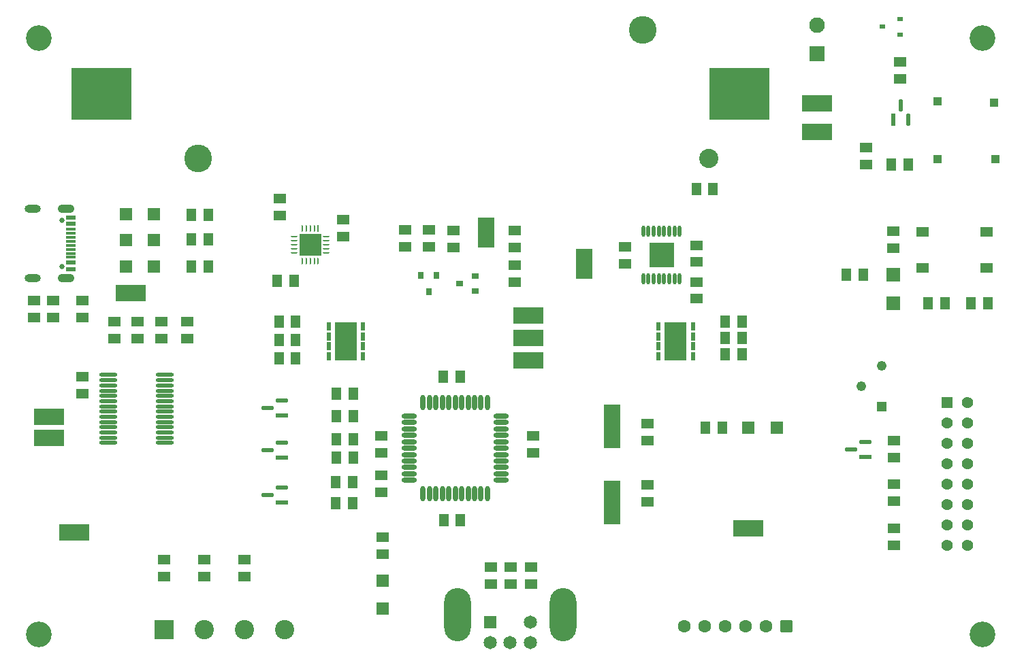
<source format=gbr>
%TF.GenerationSoftware,Altium Limited,Altium Designer,22.7.1 (60)*%
G04 Layer_Color=255*
%FSLAX43Y43*%
%MOMM*%
%TF.SameCoordinates,9F5AA4AF-AB1A-42FA-95B2-595A31CD3D24*%
%TF.FilePolarity,Positive*%
%TF.FileFunction,Pads,Top*%
%TF.Part,Single*%
G01*
G75*
%TA.AperFunction,SMDPad,CuDef*%
%ADD10O,2.300X0.450*%
%ADD11R,1.150X0.600*%
%ADD12R,1.150X0.300*%
%ADD13R,7.468X6.477*%
%ADD14R,1.200X1.500*%
%ADD15R,1.000X1.000*%
%ADD16R,1.500X1.200*%
%ADD17R,1.500X1.500*%
%ADD18O,0.600X1.900*%
%ADD19O,1.900X0.600*%
%ADD20R,2.000X5.500*%
%ADD21R,0.500X1.010*%
%ADD22R,2.780X4.780*%
%ADD23R,1.500X1.500*%
%ADD24R,1.574X0.572*%
G04:AMPARAMS|DCode=25|XSize=1.574mm|YSize=0.572mm|CornerRadius=0.286mm|HoleSize=0mm|Usage=FLASHONLY|Rotation=180.000|XOffset=0mm|YOffset=0mm|HoleType=Round|Shape=RoundedRectangle|*
%AMROUNDEDRECTD25*
21,1,1.574,0.000,0,0,180.0*
21,1,1.002,0.572,0,0,180.0*
1,1,0.572,-0.501,0.000*
1,1,0.572,0.501,0.000*
1,1,0.572,0.501,0.000*
1,1,0.572,-0.501,0.000*
%
%ADD25ROUNDEDRECTD25*%
%ADD26R,1.550X1.300*%
%ADD27R,1.680X1.700*%
%ADD28R,0.750X0.600*%
%ADD29R,3.800X2.030*%
G04:AMPARAMS|DCode=30|XSize=1.574mm|YSize=0.572mm|CornerRadius=0.286mm|HoleSize=0mm|Usage=FLASHONLY|Rotation=90.000|XOffset=0mm|YOffset=0mm|HoleType=Round|Shape=RoundedRectangle|*
%AMROUNDEDRECTD30*
21,1,1.574,0.000,0,0,90.0*
21,1,1.002,0.572,0,0,90.0*
1,1,0.572,0.000,0.501*
1,1,0.572,0.000,-0.501*
1,1,0.572,0.000,-0.501*
1,1,0.572,0.000,0.501*
%
%ADD30ROUNDEDRECTD30*%
%ADD31R,0.572X1.574*%
%ADD32R,2.800X2.800*%
G04:AMPARAMS|DCode=33|XSize=0.239mm|YSize=0.829mm|CornerRadius=0.12mm|HoleSize=0mm|Usage=FLASHONLY|Rotation=270.000|XOffset=0mm|YOffset=0mm|HoleType=Round|Shape=RoundedRectangle|*
%AMROUNDEDRECTD33*
21,1,0.239,0.590,0,0,270.0*
21,1,0.000,0.829,0,0,270.0*
1,1,0.239,-0.295,0.000*
1,1,0.239,-0.295,0.000*
1,1,0.239,0.295,0.000*
1,1,0.239,0.295,0.000*
%
%ADD33ROUNDEDRECTD33*%
G04:AMPARAMS|DCode=34|XSize=0.829mm|YSize=0.239mm|CornerRadius=0.12mm|HoleSize=0mm|Usage=FLASHONLY|Rotation=270.000|XOffset=0mm|YOffset=0mm|HoleType=Round|Shape=RoundedRectangle|*
%AMROUNDEDRECTD34*
21,1,0.829,0.000,0,0,270.0*
21,1,0.590,0.239,0,0,270.0*
1,1,0.239,0.000,-0.295*
1,1,0.239,0.000,0.295*
1,1,0.239,0.000,0.295*
1,1,0.239,0.000,-0.295*
%
%ADD34ROUNDEDRECTD34*%
%ADD35R,0.239X0.829*%
%ADD36O,0.450X1.400*%
%ADD37R,3.100X3.100*%
%ADD38R,0.900X0.800*%
%ADD39R,2.030X3.800*%
%ADD40R,0.800X0.900*%
%TA.AperFunction,ComponentPad*%
%ADD43O,2.000X1.000*%
%ADD44O,2.100X1.050*%
%ADD45C,0.650*%
%ADD46C,1.650*%
%ADD47R,1.650X1.650*%
%ADD48O,3.316X6.632*%
%ADD49C,3.450*%
%ADD50C,2.388*%
%ADD51C,1.600*%
G04:AMPARAMS|DCode=52|XSize=1.6mm|YSize=1.6mm|CornerRadius=0.32mm|HoleSize=0mm|Usage=FLASHONLY|Rotation=180.000|XOffset=0mm|YOffset=0mm|HoleType=Round|Shape=RoundedRectangle|*
%AMROUNDEDRECTD52*
21,1,1.600,0.960,0,0,180.0*
21,1,0.960,1.600,0,0,180.0*
1,1,0.640,-0.480,0.480*
1,1,0.640,0.480,0.480*
1,1,0.640,0.480,-0.480*
1,1,0.640,-0.480,-0.480*
%
%ADD52ROUNDEDRECTD52*%
%ADD53R,1.425X1.425*%
%ADD54C,1.425*%
%ADD55C,1.950*%
%ADD56R,1.950X1.950*%
%TA.AperFunction,ViaPad*%
%ADD57C,3.200*%
%TA.AperFunction,ComponentPad*%
%ADD58C,1.222*%
%ADD59R,1.222X1.222*%
%ADD60C,2.400*%
%ADD61R,2.400X2.400*%
D10*
X19476Y28357D02*
D03*
Y29007D02*
D03*
Y29657D02*
D03*
Y30307D02*
D03*
Y30957D02*
D03*
Y31607D02*
D03*
Y32257D02*
D03*
Y32907D02*
D03*
Y33557D02*
D03*
Y34207D02*
D03*
Y34857D02*
D03*
Y35507D02*
D03*
Y36157D02*
D03*
Y36807D02*
D03*
X12476Y28357D02*
D03*
Y29007D02*
D03*
Y29657D02*
D03*
Y30307D02*
D03*
Y30957D02*
D03*
Y31607D02*
D03*
Y32257D02*
D03*
Y32907D02*
D03*
Y33557D02*
D03*
Y34207D02*
D03*
Y34857D02*
D03*
Y35507D02*
D03*
Y36157D02*
D03*
Y36807D02*
D03*
D11*
X7775Y56410D02*
D03*
Y50010D02*
D03*
Y55610D02*
D03*
Y50810D02*
D03*
D12*
Y52960D02*
D03*
Y53460D02*
D03*
Y52460D02*
D03*
Y51960D02*
D03*
Y51460D02*
D03*
Y53960D02*
D03*
Y54460D02*
D03*
Y54960D02*
D03*
D13*
X11588Y71781D02*
D03*
X90963D02*
D03*
D14*
X104208Y49311D02*
D03*
X106308D02*
D03*
X87672Y59950D02*
D03*
X85572D02*
D03*
X54154Y18694D02*
D03*
X56254D02*
D03*
X42821Y20834D02*
D03*
X40721D02*
D03*
X42934Y26485D02*
D03*
X40834D02*
D03*
X42821Y23449D02*
D03*
X40721D02*
D03*
X42934Y31692D02*
D03*
X40834D02*
D03*
X42934Y34500D02*
D03*
X40834D02*
D03*
X42934Y28771D02*
D03*
X40834D02*
D03*
X56210Y36582D02*
D03*
X54110D02*
D03*
X89148Y41400D02*
D03*
X91248D02*
D03*
X89148Y43432D02*
D03*
X91248D02*
D03*
X89148Y39388D02*
D03*
X91248D02*
D03*
X121802Y45743D02*
D03*
X119702D02*
D03*
X116468D02*
D03*
X114368D02*
D03*
X109836Y62998D02*
D03*
X111936D02*
D03*
X88821Y30201D02*
D03*
X86721D02*
D03*
X22800Y50284D02*
D03*
X24900D02*
D03*
X33466Y48520D02*
D03*
X35566D02*
D03*
X35766Y38880D02*
D03*
X33666D02*
D03*
X35766Y41130D02*
D03*
X33666D02*
D03*
X35766Y43440D02*
D03*
X33666D02*
D03*
X24900Y53664D02*
D03*
X22800D02*
D03*
Y56704D02*
D03*
X24900D02*
D03*
D15*
X115570Y63666D02*
D03*
X122770D02*
D03*
X122620Y70716D02*
D03*
X115570Y70866D02*
D03*
D16*
X46380Y29250D02*
D03*
Y27150D02*
D03*
X46580Y16579D02*
D03*
Y14479D02*
D03*
X79482Y30712D02*
D03*
Y28612D02*
D03*
X79539Y23139D02*
D03*
Y21039D02*
D03*
X65252Y27150D02*
D03*
Y29250D02*
D03*
X5626Y46044D02*
D03*
Y43944D02*
D03*
X3257D02*
D03*
Y46044D02*
D03*
X9222Y43939D02*
D03*
Y46039D02*
D03*
X46380Y22214D02*
D03*
Y24314D02*
D03*
X85572Y46300D02*
D03*
Y48400D02*
D03*
X110084Y52579D02*
D03*
Y54679D02*
D03*
X110886Y75755D02*
D03*
Y73655D02*
D03*
X106654Y62998D02*
D03*
Y65098D02*
D03*
X49362Y52751D02*
D03*
Y54851D02*
D03*
X52298Y52751D02*
D03*
Y54851D02*
D03*
X60000Y10750D02*
D03*
Y12850D02*
D03*
X110163Y21138D02*
D03*
Y23238D02*
D03*
Y28606D02*
D03*
Y26506D02*
D03*
Y17684D02*
D03*
Y15584D02*
D03*
X65000Y12850D02*
D03*
Y10750D02*
D03*
X62500Y12850D02*
D03*
Y10750D02*
D03*
X62966Y50465D02*
D03*
Y48365D02*
D03*
X76682Y50682D02*
D03*
Y52782D02*
D03*
X62966Y54817D02*
D03*
Y52717D02*
D03*
X55346Y54817D02*
D03*
Y52717D02*
D03*
X41630Y56140D02*
D03*
Y54040D02*
D03*
X33756Y58748D02*
D03*
Y56648D02*
D03*
X22284Y43458D02*
D03*
Y41358D02*
D03*
X85572Y52972D02*
D03*
Y50872D02*
D03*
X9222Y36582D02*
D03*
Y34482D02*
D03*
X13182Y43440D02*
D03*
Y41340D02*
D03*
X16132Y43474D02*
D03*
Y41374D02*
D03*
X19024Y41358D02*
D03*
Y43458D02*
D03*
X19358Y11690D02*
D03*
Y13790D02*
D03*
X24358Y11690D02*
D03*
Y13790D02*
D03*
X29358Y11690D02*
D03*
Y13790D02*
D03*
D17*
X46580Y7725D02*
D03*
Y11225D02*
D03*
D18*
X51600Y33392D02*
D03*
X52400D02*
D03*
X53200D02*
D03*
X54000D02*
D03*
X54800D02*
D03*
X55600D02*
D03*
X56400D02*
D03*
X57200D02*
D03*
X58000D02*
D03*
X58800D02*
D03*
X59600D02*
D03*
Y21992D02*
D03*
X58800D02*
D03*
X58000D02*
D03*
X57200D02*
D03*
X56400D02*
D03*
X55600D02*
D03*
X54800D02*
D03*
X54000D02*
D03*
X53200D02*
D03*
X52400D02*
D03*
X51600D02*
D03*
D19*
X61300Y31692D02*
D03*
Y30892D02*
D03*
Y30092D02*
D03*
Y29292D02*
D03*
Y28492D02*
D03*
Y27692D02*
D03*
Y26892D02*
D03*
Y26092D02*
D03*
Y25292D02*
D03*
Y24492D02*
D03*
Y23692D02*
D03*
X49900D02*
D03*
Y24492D02*
D03*
Y25292D02*
D03*
Y26092D02*
D03*
Y26892D02*
D03*
Y27692D02*
D03*
Y28492D02*
D03*
Y29292D02*
D03*
Y30092D02*
D03*
Y30892D02*
D03*
Y31692D02*
D03*
D20*
X75100Y20950D02*
D03*
Y30450D02*
D03*
D21*
X39860Y39110D02*
D03*
Y40370D02*
D03*
Y41630D02*
D03*
Y42890D02*
D03*
X44140D02*
D03*
Y41630D02*
D03*
Y40370D02*
D03*
Y39110D02*
D03*
X80860Y42890D02*
D03*
Y41630D02*
D03*
Y40370D02*
D03*
Y39110D02*
D03*
X85140D02*
D03*
Y40370D02*
D03*
Y41630D02*
D03*
Y42890D02*
D03*
D22*
X42000Y41000D02*
D03*
X83000D02*
D03*
D23*
X14623Y56828D02*
D03*
X18123D02*
D03*
X14623Y50284D02*
D03*
X18123D02*
D03*
X14623Y53593D02*
D03*
X18123D02*
D03*
X92061Y30201D02*
D03*
X95561D02*
D03*
D24*
X34010Y31756D02*
D03*
Y26485D02*
D03*
X34030Y20900D02*
D03*
X106599Y26572D02*
D03*
D25*
X34010Y33656D02*
D03*
X32240Y32706D02*
D03*
X34010Y28385D02*
D03*
X32240Y27434D02*
D03*
X34030Y22800D02*
D03*
X32260Y21850D02*
D03*
X106599Y28472D02*
D03*
X104829Y27522D02*
D03*
D26*
X113729Y54609D02*
D03*
Y50109D02*
D03*
X121679Y54609D02*
D03*
Y50109D02*
D03*
D27*
X110084Y49323D02*
D03*
Y45743D02*
D03*
D28*
X108686Y80164D02*
D03*
X110886Y81114D02*
D03*
Y79214D02*
D03*
D29*
X100622Y70618D02*
D03*
Y67062D02*
D03*
X92061Y17684D02*
D03*
X64700Y44200D02*
D03*
Y41400D02*
D03*
Y38600D02*
D03*
X5118Y31607D02*
D03*
Y29007D02*
D03*
X15214Y46996D02*
D03*
X8200Y17200D02*
D03*
D30*
X110986Y70356D02*
D03*
X111936Y68586D02*
D03*
D31*
X110036D02*
D03*
D32*
X37566Y53013D02*
D03*
D33*
X39566Y54013D02*
D03*
Y53513D02*
D03*
Y53013D02*
D03*
Y52513D02*
D03*
Y52013D02*
D03*
X35566D02*
D03*
Y52513D02*
D03*
Y53013D02*
D03*
Y53513D02*
D03*
Y54013D02*
D03*
D34*
X38566Y51013D02*
D03*
X38066D02*
D03*
X37566D02*
D03*
X37066D02*
D03*
X36566D02*
D03*
Y55013D02*
D03*
X38066D02*
D03*
X37566D02*
D03*
X37066D02*
D03*
D35*
X38566D02*
D03*
D36*
X83526Y48782D02*
D03*
X82876D02*
D03*
X82226D02*
D03*
X81576D02*
D03*
X80926D02*
D03*
X80276D02*
D03*
X78976D02*
D03*
X79626D02*
D03*
X83526Y54682D02*
D03*
X82876D02*
D03*
X82226D02*
D03*
X81576D02*
D03*
X80276D02*
D03*
X80926D02*
D03*
X78976D02*
D03*
X79626D02*
D03*
D37*
X81251Y51732D02*
D03*
D38*
X56124Y48179D02*
D03*
X58124Y49129D02*
D03*
Y47229D02*
D03*
D39*
X71602Y50682D02*
D03*
X59410Y54529D02*
D03*
D40*
X52298Y47179D02*
D03*
X51348Y49179D02*
D03*
X53248D02*
D03*
D43*
X3020Y57530D02*
D03*
Y48890D02*
D03*
D44*
X7200Y57530D02*
D03*
Y48890D02*
D03*
D45*
X6700Y50320D02*
D03*
Y56100D02*
D03*
D46*
X59930Y3491D02*
D03*
X64930D02*
D03*
X62430D02*
D03*
X64930Y5991D02*
D03*
D47*
X59930D02*
D03*
D48*
X55880Y6991D02*
D03*
X68980D02*
D03*
D49*
X23653Y63780D02*
D03*
X78898Y79782D02*
D03*
D50*
X87128Y63780D02*
D03*
D51*
X89160Y5500D02*
D03*
X94240D02*
D03*
X91700D02*
D03*
X86620D02*
D03*
X84080D02*
D03*
D52*
X96780D02*
D03*
D53*
X116767Y33364D02*
D03*
D54*
X119307D02*
D03*
X116767Y30824D02*
D03*
X119307D02*
D03*
X116767Y28284D02*
D03*
X119307D02*
D03*
X116767Y25744D02*
D03*
X119307D02*
D03*
X116767Y23204D02*
D03*
X119307D02*
D03*
X116767Y20664D02*
D03*
X119307D02*
D03*
X116767Y18124D02*
D03*
X119307D02*
D03*
X116767Y15584D02*
D03*
X119307D02*
D03*
D55*
X100622Y80334D02*
D03*
D56*
Y76834D02*
D03*
D57*
X121158Y4510D02*
D03*
X121179Y78740D02*
D03*
X3810D02*
D03*
Y4510D02*
D03*
D58*
X108639Y37936D02*
D03*
X106099Y35396D02*
D03*
D59*
X108639Y32856D02*
D03*
D60*
X34358Y5086D02*
D03*
X29358D02*
D03*
X24358D02*
D03*
D61*
X19358D02*
D03*
%TF.MD5,57039d7c1828dfdb2765f22c46387f18*%
M02*

</source>
